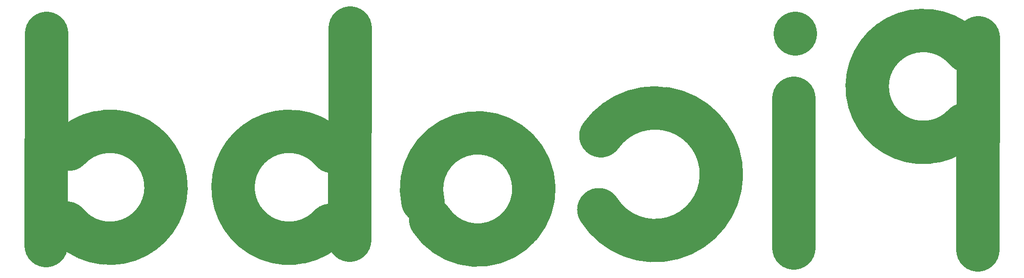
<source format=gbr>
%TF.GenerationSoftware,KiCad,Pcbnew,(6.0.2)*%
%TF.CreationDate,2022-03-07T02:27:41+09:00*%
%TF.ProjectId,presplit_39key_bottom,70726573-706c-4697-945f-33396b65795f,rev?*%
%TF.SameCoordinates,Original*%
%TF.FileFunction,Legend,Bot*%
%TF.FilePolarity,Positive*%
%FSLAX46Y46*%
G04 Gerber Fmt 4.6, Leading zero omitted, Abs format (unit mm)*
G04 Created by KiCad (PCBNEW (6.0.2)) date 2022-03-07 02:27:41*
%MOMM*%
%LPD*%
G01*
G04 APERTURE LIST*
%ADD10C,7.500000*%
G04 APERTURE END LIST*
D10*
X103932098Y-44525000D02*
X103869598Y-81350000D01*
X51262499Y-45400000D02*
X51199999Y-82225000D01*
X100849585Y-65964586D02*
G75*
G03*
X100499586Y-78789585I-7479138J-6213166D01*
G01*
X117924142Y-77799807D02*
G75*
G03*
X116575848Y-74612500I8160165J5330742D01*
G01*
X54821710Y-78390918D02*
G75*
G03*
X55171709Y-65565919I7479138J6213166D01*
G01*
X147100848Y-76062500D02*
G75*
G03*
X147450848Y-63237500I9737865J6151525D01*
G01*
X180875848Y-56687500D02*
X180869598Y-82700000D01*
X210849585Y-48464586D02*
G75*
G03*
X210499586Y-61289585I-7479138J-6213166D01*
G01*
X181103973Y-45456250D02*
X181100848Y-45512500D01*
X212857098Y-46200000D02*
X212794598Y-83025000D01*
M02*

</source>
